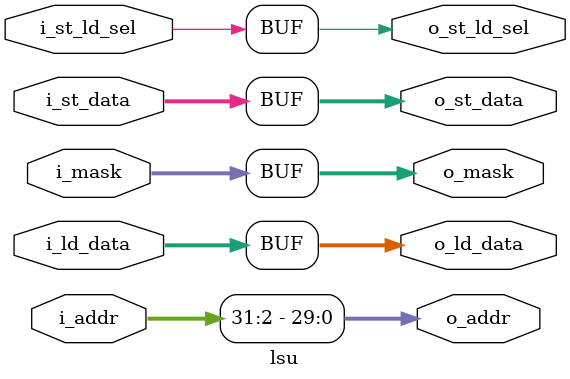
<source format=v>
module lsu ( //FIXME: sizes, names
    input wire i_st_ld_sel,
    input wire [31:0] i_addr,
    input wire [31:0] i_st_data,
    input wire  [3:0] i_mask,
    output wire [31:0] o_ld_data,

    output wire o_st_ld_sel,
    output wire [29:0] o_addr,
    output wire [31:0] o_st_data,
    output wire [3:0] o_mask,
    input wire  [31:0] i_ld_data
);

assign o_st_ld_sel = i_st_ld_sel;
assign o_addr = i_addr[31:2];
assign o_ld_data = i_ld_data;
assign o_mask = i_mask;
assign o_st_data = i_st_data;

endmodule


</source>
